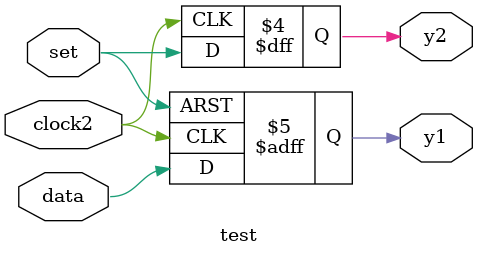
<source format=v>
module test (clock2, set, data, y1, y2);
 input clock2, data, set;
 output y1, y2;
 reg y1, y2;
 always @(posedge clock2 or negedge set )
   if (~ set )//"set" is used as set signal
     y1 <= 1'b1;
   else
     y1 <= data;
  always @(posedge clock2)
   y2 = set;//"set" is used as data input, warning on "set"
endmodule


</source>
